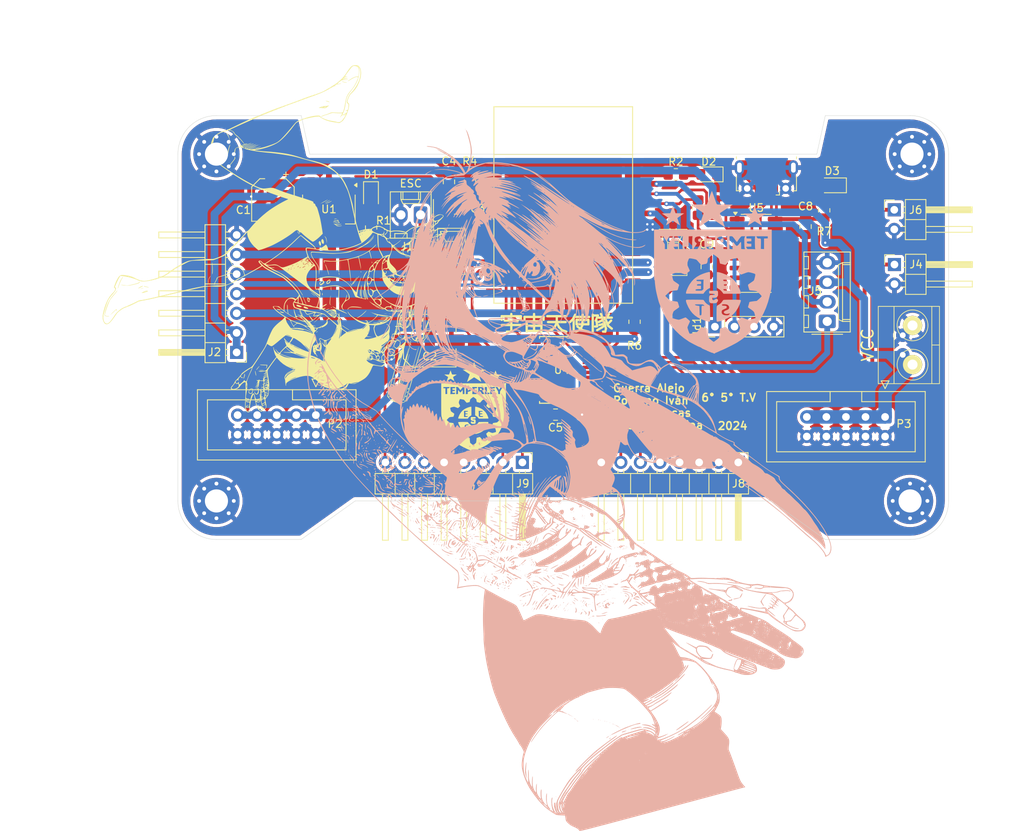
<source format=kicad_pcb>
(kicad_pcb (version 20240108) (generator "pcbnew") (generator_version "8.0")
  (title_block (title "Placa ESP32E con Multiplexor CD74HC4067, CH430C integrado"))
  (layers (0 "F.Cu" signal) (31 "B.Cu" signal) (34 "B.Paste" user) (35 "F.Paste" user) (36 "B.SilkS" user "B.Silkscreen") (37 "F.SilkS" user "F.Silkscreen") (38 "B.Mask" user) (39 "F.Mask" user) (44 "Edge.Cuts" user))
  (net 0 "")
  (net 1 "GND")
  (net 2 "+5V")
  (net 3 "+3V3")
  (net 4 "Net-(D1-A)")
  (net 5 "Net-(D2-A)")
  (net 6 "/MB1")
  (net 7 "/MB2")
  (net 8 "/MA2")
  (net 9 "/MA1")
  (net 10 "/BOTON1")
  (net 11 "/BOTON2")
  (net 12 "/S2")
  (net 13 "/ENABLE")
  (net 14 "/S1")
  (net 15 "/S0")
  (net 16 "/S3")
  (net 17 "/SIG")
  (net 18 "/LED1")
  (net 19 "EN")
  (net 34 "Net-(U4-VCC)")
  (net 35 "/Programador CH340/D-")
  (net 36 "/Programador CH340/D+")
  (net 37 "TXD")
  (net 38 "RXD")
  (net 39 "Net-(D3-A)")
  (net 40 "Net-(J8-Pin_3)")
  (net 41 "Net-(J8-Pin_8)")
  (net 42 "Net-(J8-Pin_4)")
  (net 43 "Net-(J8-Pin_5)")
  (net 44 "Net-(J8-Pin_7)")
  (net 45 "Net-(J8-Pin_6)")
  (net 46 "Net-(J8-Pin_1)")
  (net 47 "Net-(J8-Pin_2)")
  (net 48 "Net-(J9-Pin_6)")
  (net 49 "Net-(J9-Pin_2)")
  (net 50 "Net-(J9-Pin_8)")
  (net 51 "Net-(J9-Pin_3)")
  (net 52 "Net-(J9-Pin_7)")
  (net 53 "Net-(J9-Pin_1)")
  (net 54 "Net-(J9-Pin_5)")
  (net 55 "Net-(J9-Pin_4)")
  (net 63 "Net-(U5-V3)")
  (net 64 "/SCL")
  (net 65 "IOO")
  (net 66 "/GPIO 35")
  (net 67 "/ESC")
  (net 68 "/SDA")
  (net 72 "Net-(U5-TXD)")
  (net 73 "Net-(U5-RXD)")
  (footprint "Capacitor_SMD:C_0805_2012Metric_Pad1.18x1.45mm_HandSolder" (layer "F.Cu") (at 128.7025 68.47 180)
    (property "Reference" "C3")
    (property "Value" "100nF")
  )
  (footprint "Resistor_SMD:R_0805_2012Metric_Pad1.20x1.40mm_HandSolder" (layer "F.Cu") (at 160.07 68.35 90)
    (property "Reference" "R5" (hide yes))
    (property "Value" "100")
  )
  (footprint "EESTN5:Pulsador_SMD_2_BAJO" (layer "F.Cu") (at 156.82 74.16 -90)
    (property "Reference" "SW_BOOT1" (hide yes))
    (property "Value" "SW_Push" (hide yes))
  )
  (footprint "Resistor_SMD:R_0805_2012Metric_Pad1.20x1.40mm_HandSolder" (layer "F.Cu") (at 176.425 68.7 -90)
    (property "Reference" "R7")
    (property "Value" "220" (hide yes))
  )
  (footprint "Capacitor_SMD:CP_Elec_6.3x5.9" (layer "F.Cu") (at 125.25 85.61)
    (property "Reference" "C2")
    (property "Value" "100uF")
  )
  (footprint "LED_SMD:LED_0805_2012Metric_Pad1.15x1.40mm_HandSolder" (layer "F.Cu") (at 117.62 66.8525 -90)
    (property "Reference" "D1")
    (property "Value" "LED")
  )
  (footprint "Capacitor_SMD:C_0805_2012Metric_Pad1.18x1.45mm_HandSolder" (layer "F.Cu") (at 174.01 70.81 -90)
    (property "Reference" "C8")
    (property "Value" "~")
  )
  (footprint "Connector_PinHeader_2.54mm:PinHeader_1x07_P2.54mm_Horizontal" (layer "F.Cu") (at 100.19 87.14 180)
    (property "Reference" "J2")
    (property "Value" "Driver In")
  )
  (footprint "Resistor_SMD:R_0805_2012Metric_Pad1.20x1.40mm_HandSolder" (layer "F.Cu") (at 157.1825 64.035)
    (property "Reference" "R2")
    (property "Value" "220" (hide yes))
  )
  (footprint "Package_SO:SOIC-16_3.9x9.9mm_P1.27mm" (layer "F.Cu") (at 167.605 74.285)
    (property "Reference" "U5")
    (property "Value" "CH340C")
  )
  (footprint "TriatlonLibrary:FalingAlita40X41" (layer "F.Cu") (at 105.88 72.28 180)
    (property "Reference" "G***" (hide yes))
    (property "Value" "LOGO" (hide yes))
  )
  (footprint "TriatlonLibrary:ESP32-WROOM-32E" (layer "F.Cu") (at 142.57 71.005)
    (property "Reference" "U2" (hide yes))
    (property "Value" "ESP32-WROOM-32E")
  )
  (footprint "Connector_PinHeader_2.54mm:PinHeader_1x02_P2.54mm_Horizontal" (layer "F.Cu") (at 185.52 68.635)
    (property "Reference" "J6")
    (property "Value" "Boton1")
  )
  (footprint "Capacitor_SMD:C_0805_2012Metric_Pad1.18x1.45mm_HandSolder" (layer "F.Cu") (at 127.74 65.0075 -90)
    (property "Reference" "C4")
    (property "Value" "100nF")
  )
  (footprint "MountingHole:MountingHole_3mm_Pad_Via" (layer "F.Cu") (at 97.57 61.41)
    (property "Reference" "H1")
    (property "Value" "MountingHole_Pad")
  )
  (footprint "Capacitor_SMD:C_0805_2012Metric_Pad1.18x1.45mm_HandSolder" (layer "F.Cu") (at 141.57 95.21 180)
    (property "Reference" "C5")
    (property "Value" "~")
  )
  (footprint "TriatlonLibrary:Pulsador_SMD_2_BAJO" (layer "F.Cu") (at 128.04 74.03 90)
    (property "Reference" "SW_EN1" (hide yes))
    (property "Value" "SW_Push" (hide yes))
  )
  (footprint "Connector_USB:USB_Micro-B_Molex-105017-0001" (layer "F.Cu") (at 168.93 64.3975 180)
    (property "Reference" "J7" (hide yes))
    (property "Value" "USB_B_Micro")
  )
  (footprint "Resistor_SMD:R_0805_2012Metric_Pad1.20x1.40mm_HandSolder" (layer "F.Cu") (at 151.82 83.16 90)
    (property "Reference" "R6")
    (property "Value" "10k")
  )
  (footprint "Connector_PinHeader_2.54mm:PinHeader_1x02_P2.54mm_Horizontal" (layer "F.Cu") (at 185.545 75.735)
    (property "Reference" "J4")
    (property "Value" "Boton2")
  )
  (footprint "Connector_Molex:Molex_KK-254_AE-6410-02A_1x02_P2.54mm_Vertical" (layer "F.Cu") (at 124.05 69.29 180)
    (property "Reference" "J10")
    (property "Value" "ESC")
  )
  (footprint "MountingHole:MountingHole_3mm_Pad_Via" (layer "F.Cu") (at 97.57 106.41)
    (property "Reference" "H3")
    (property "Value" "MountingHole_Pad" (hide yes))
  )
  (footprint "Connector_IDC:IDC-Header_2x05_P2.54mm_Vertical" (layer "F.Cu") (at 110.47 95.27 -90)
    (property "Reference" "P2")
    (property "Value" "Multiplexor 3v3" (hide yes))
  )
  (footprint "Connector_PinHeader_2.54mm:PinHeader_1x08_P2.54mm_Horizontal" (layer "F.Cu") (at 137.27 101.41 -90)
    (property "Reference" "J9")
    (property "Value" "Conn_01x08_Pin" (hide yes))
  )
  (footprint "Package_TO_SOT_SMD:SOT-223-3_TabPin2" (layer "F.Cu") (at 112.16 68.56 -90)
    (property "Reference" "U1")
    (property "Value" "AMS1117-3.3")
  )
  (footprint "Resistor_SMD:R_0805_2012Metric_Pad1.20x1.40mm_HandSolder" (layer "F.Cu") (at 162.22 68.35 90)
    (property "Reference" "R3" (hide yes))
    (property "Value" "100")
  )
  (footprint "Connector_IDC:IDC-Header_2x05_P2.54mm_Vertical" (layer "F.Cu") (at 184.33 95.51 -90)
    (property "Reference" "P3")
    (property "Value" "Multiplexor 5v")
  )
  (footprint "LED_SMD:LED_0805_2012Metric_Pad1.15x1.40mm_HandSolder" (layer "F.Cu") (at 177.445 65.46 180)
    (property "Reference" "D3")
    (property "Value" "LED" (hide yes))
  )
  (footprint "LED_SMD:LED_0805_2012Metric_Pad1.15x1.40mm_HandSolder" (layer "F.Cu") (at 161.445 64.035 180)
    (property "Reference" "D2")
    (property "Value" "LED" (hide yes))
  )
  (footprint "Connector_PinHeader_2.54mm:PinHeader_1x04_P2.54mm_Vertical" (layer "F.Cu") (at 162.25 83.8 90)
    (property "Reference" "Jd1")
    (property "Value" "FTDI 232RL")
  )
  (footprint "Connector_PinHeader_2.54mm:PinHeader_1x08_P2.54mm_Horizontal" (layer "F.Cu") (at 165.28 101.41 -90)
    (property "Reference" "J8")
    (property "Value" "Conn_01x08_Pin" (hide yes))
  )
  (footprint "Package_SO:SSOP-24_5.3x8.2mm_P0.65mm" (layer "F.Cu") (at 142.37 89.41 180)
    (property "Reference" "U4")
    (property "Value" "CD74HC4067SM")
  )
  (footprint "MountingHole:MountingHole_3mm_Pad_Via" (layer "F.Cu") (at 187.57 106.41)
    (property "Reference" "H4")
    (property "Value" "MountingHole_Pad" (hide yes))
  )
  (footprint "Resistor_SMD:R_0805_2012Metric_Pad1.20x1.40mm_HandSolder" (layer "F.Cu") (at 117.64 70.93 90)
    (property "Reference" "R1")
    (property "Value" "220")
  )
  (footprint "Resistor_SMD:R_0805_2012Metric_Pad1.20x1.40mm_HandSolder" (layer "F.Cu") (at 130.47 64.985 -90)
    (property "Reference" "R4")
    (property "Value" "10k")
  )
  (footprint "Capacitor_SMD:C_0805_2012Metric_Pad1.18x1.45mm_HandSolder" (layer "F.Cu") (at 161.19 76.03 -90)
    (property "Reference" "C9")
    (property "Value" "~")
  )
  (footprint "EESTN5:BORNERA2_DUO" (layer "F.Cu") (at 187.89 86.18 90)
    (property "Reference" "J1" (hide yes))
    (property "Value" "VCC")
  )
  (footprint "MountingHole:MountingHole_3mm_Pad_Via" (layer "F.Cu") (at 187.82 61.41)
    (property "Reference" "H2")
    (property "Value" "MountingHole_Pad" (hide yes))
  )
  (footprint "Capacitor_SMD:CP_Elec_5x4.5" (layer "F.Cu") (at 104.9 67.36 -90)
    (property "Reference" "C1")
    (property "Value" "10uF")
  )
  (footprint "ConnectorMolex2:Molex_KK-254_AE-6410-04A_1x04_P2.54mm_Vertical" (layer "F.Cu") (at 176.82 83.115 90)
    (property "Reference" "J5")
    (property "Value" "Oled SSD1306")
  )
  (footprint "TriatlonLibrary:EESTN5 3 Estrellas" (layer "F.Cu") (at 130.96 96.33)
    (property "Reference" "G***" (hide yes))
    (property "Value" "LOGO" (hide yes))
  )
  (footprint "TriatlonLibrary:AlitaDIMG" (layer "B.Cu") (at 143.07 99.51 180)
    (property "Reference" "G***" (hide yes))
    (property "Value" "LOGO" (hide yes))
  )
  (footprint "TriatlonLibrary:EESTN5 3 Estrellas" (layer "B.Cu") (at 161.96 78.87 180)
    (property "Reference" "G***" (hide yes))
    (property "Value" "LOGO" (hide yes))
  )
  (gr_line (start 169.57 106.41) (end 176.57 111.41) (stroke (width 0.05)) (layer "Edge.Cuts"))
  (gr_arc (start 97.57 111.41) (mid 94.034466 109.945534) (end 92.57 106.41) (stroke (width 0.05)) (layer "Edge.Cuts"))
  (gr_line (start 112.17 61.41) (end 109.67 61.41) (stroke (width 0.05)) (layer "Edge.Cuts"))
  (gr_line (start 172.97 61.41) (end 175.47 61.41) (stroke (width 0.05)) (layer "Edge.Cuts"))
  (gr_line (start 108.57 111.41) (end 97.57 111.41) (stroke (width 0.05)) (layer "Edge.Cuts"))
  (gr_line (start 192.57 106.41) (end 192.57 61.41) (stroke (width 0.05)) (layer "Edge.Cuts"))
  (gr_line (start 187.57 56.41) (end 176.57 56.41) (stroke (width 0.05)) (layer "Edge.Cuts"))
  (gr_arc (start 92.57 61.41) (mid 94.034466 57.874466) (end 97.57 56.41) (stroke (width 0.05)) (layer "Edge.Cuts"))
  (gr_line (start 109.67 61.41) (end 108.57 56.41) (stroke (width 0.05)) (layer "Edge.Cuts"))
  (gr_line (start 112.17 61.41) (end 172.97 61.41) (stroke (width 0.05)) (layer "Edge.Cuts"))
  (gr_line (start 115.57 106.41) (end 108.57 111.41) (stroke (width 0.05)) (layer "Edge.Cuts"))
  (gr_line (start 187.57 111.41) (end 176.57 111.41) (stroke (width 0.05)) (layer "Edge.Cuts"))
  (gr_line (start 97.57 56.41) (end 108.57 56.41) (stroke (width 0.05)) (layer "Edge.Cuts"))
  (gr_arc (start 192.57 106.41) (mid 191.105534 109.945534) (end 187.57 111.41) (stroke (width 0.05)) (layer "Edge.Cuts"))
  (gr_line (start 175.47 61.41) (end 176.57 56.41) (stroke (width 0.05)) (layer "Edge.Cuts"))
  (gr_line (start 115.57 106.41) (end 169.57 106.41) (stroke (width 0.05)) (layer "Edge.Cuts"))
  (gr_line (start 92.57 61.41) (end 92.57 106.41) (stroke (width 0.05)) (layer "Edge.Cuts"))
  (gr_arc (start 187.57 56.41) (mid 191.105534 57.874466) (end 192.57 61.41) (stroke (width 0.05)) (layer "Edge.Cuts"))
  (gr_text "6° 5° T.V" (at 160.38 93.59 0) (layer "F.SilkS") (effects (font (size 1 1) (thickness 0.2) (bold yes)) (justify left bottom)))
  (gr_text "Lazatti Lucas" (at 148.92 95.56 0) (layer "F.SilkS") (effects (font (size 1 1) (thickness 0.2) (bold yes)) (justify left bottom)))
  (gr_text "Guerra Alejo" (at 148.92 92.36 0) (layer "F.SilkS") (effects (font (size 1 1) (thickness 0.2) (bold yes)) (justify left bottom)))
  (gr_text "Rossi Valentina" (at 148.92 97.16 0) (layer "F.SilkS") (effects (font (size 1 1) (thickness 0.2) (bold yes)) (justify left bottom)))
  (gr_text "2024 " (at 162.51 97.26 0) (layer "F.SilkS") (effects (font (size 1 1) (thickness 0.2) (bold yes)) (justify left bottom)))
  (gr_text "宇宙天使隊" (at 141.78 83.53 0) (layer "F.SilkS") (effects (font (size 2 2) (thickness 0.3))))
  (gr_text "Romano Iván\n" (at 148.92 93.96 0) (layer "F.SilkS") (effects (font (size 1 1) (thickness 0.2) (bold yes)) (justify left bottom)))
  (segment (start 167.63 63.46) (end 167.93 63.16) (width 0.3) (layer "F.Cu") (net 1))
  (segment (start 169.355 63.16) (end 169.93 63.16) (width 0.3) (layer "F.Cu") (net 1))
  (segment (start 127.665 68.47) (end 127.665 66.12) (width 0.3) (layer "F.Cu") (net 1))
  (segment (start 127.665 68.47) (end 127.665 68.255) (width 0.3) (layer "F.Cu") (net 1))
  (segment (start 167.63 65.86) (end 167.63 64.885) (width 0.3) (layer "F.Cu") (net 1))
  (segment (start 128.75 67.11) (end 128.81 67.11) (width 0.35) (layer "F.Cu") (net 1))
  (segment (start 166.43 65.86) (end 167.63 65.86) (width 0.3) (layer "F.Cu") (net 1))
  (segment (start 127.665 68.255) (end 127.665 68.195) (width 0.35) (layer "F.Cu") (net 1))
  (segment (start 126.83 69.305) (end 126.83 69.96) (width 0.3) (layer "F.Cu") (net 1))
  (segment (start 167.63 64.76) (end 166.03 63.16) (width 0.3) (layer "F.Cu") (net 1))
  (segment (start 127.665 68.47) (end 126.83 69.305) (width 0.3) (layer "F.Cu") (net 1))
  (segment (start 127.665 68.195) (end 128.75 67.11) (width 0.35) (layer "F.Cu") (net 1))
  (segment (start 127.665 66.12) (end 127.74 66.045) (width 0.3) (layer "F.Cu") (net 1))
  (segment (start 165.43 63.66) (end 165.43 63.16) (width 0.3) (layer "F.Cu") (net 1))
  (segment (start 167.63 65.86) (end 167.63 64.76) (width 0.3) (layer "F.Cu") (net 1))
  (segment (start 167.63 65.86) (end 165.43 63.66) (width 0.3) (layer "F.Cu") (net 1))
  (segment (start 167.63 65.86) (end 167.63 63.46) (width 0.3) (layer "F.Cu") (net 1))
  (segment (start 167.63 64.885) (end 169.355 63.16) (width 0.3) (layer "F.Cu") (net 1))
  (via (at 154.17 70.51) (size 0.6) (drill 0.3) (layers "F.Cu" "B.Cu") (net 1))
  (via (at 153.47 70.51) (size 0.6) (drill 0.3) (layers "F.Cu" "B.Cu") (net 1))
  (via (at 153.47 71.21) (size 0.6) (drill 0.3) (layers "F.Cu" "B.Cu") (net 1))
  (via (at 154.17 71.21) (size 0.6) (drill 0.3) (layers "F.Cu" "B.Cu") (net 1))
  (segment (start 102.82 65.16) (end 104.9 65.16) (width 1) (layer "F.Cu") (net 2))
  (segment (start 102.07 65.91) (end 102.82 65.16) (width 1) (layer "F.Cu") (net 2))
  (segment (start 174.1825 69.7725) (end 174.22 69.81) (width 0.35) (layer "F.Cu") (net 2))
  (segment (start 102.07 66.91) (end 102.07 65.91) (width 1) (layer "F.Cu") (net 2))
  (segment (start 176.82 78.035) (end 173.47 78.035) (width 0.75) (layer "F.Cu") (net 2))
  (segment (start 172.645 78.86) (end 172.645 80.76) (width 0.75) (layer "F.Cu") (net 2))
  (segment (start 173.47 78.035) (end 172.645 78.86) (width 0.75) (layer "F.Cu") (net 2))
  (segment (start 176.56 70.29) (end 176.08 69.81) (width 0.5) (layer "F.Cu") (net 2))
  (segment (start 176.56 72.91) (end 176.56 70.29) (width 0.5) (layer "F.Cu") (net 2))
  (segment (start 168.17 81.21) (end 167.33 82.05) (width 0.75) (layer "F.Cu") (net 2))
  (segment (start 172.195 81.21) (end 168.17 81.21) (width 0.75) (layer "F.Cu") (net 2))
  (segment (start 176.08 69.81) (end 174.22 69.81) (width 0.5) (layer "F.Cu") (net 2))
  (segment (start 109.92 65.35) (end 109.86 65.41) (width 1) (layer "F.Cu") (net 2))
  (segment (start 109.61 65.16) (end 104.9 65.16) (width 1) (layer "F.Cu") (net 2))
  (segment (start 109.86 65.41) (end 109.61 65.16) (width 1) (layer "F.Cu") (net 2))
  (segment (start 170.23 69.69) (end 170.08 69.84) (width 0.35) (layer "F.Cu") (net 2))
  (segment (start 170.08 69.84) (end 174.115 69.84) (width 0.5) (layer "F.Cu") (net 2))
  (segment (start 174.115 69.84) (end 174.1825 69.7725) (width 0.5) (layer "F.Cu") (net 2))
  (segment (start 172.645 80.76) (end 172.195 81.21) (width 0.75) (layer "F.Cu") (net 2))
  (segment (start 170.23 65.86) (end 170.23 69.69) (width 0.35) (layer "F.Cu") (net 2))
  (segment (start 167.33 82.05) (end 167.33 83.8) (width 0.75) (layer "F.Cu") (net 2))
  (via (at 102.07 66.91) (size 0.6) (drill 0.3) (layers "F.Cu" "B.Cu") (net 2))
  (via (at 176.56 72.91) (size 0.6) (drill 0.3) (layers "F.Cu" "B.Cu") (net 2))
  (segment (start 186.62 87.45) (end 187.89 88.72) (width 1) (layer "B.Cu") (net 2))
  (segment (start 99.57 66.91) (end 97.32 69.16) (width 1) (layer "B.Cu") (net 2))
  (segment (start 184.7 87.45) (end 186.62 87.45) (width 1) (layer "B.Cu") (net 2))
  (segment (start 175.145 68.96) (end 176.56 70.375) (width 1) (layer "B.Cu") (net 2))
  (segment (start 182.46 87.45) (end 184.7 87.45) (width 1) (layer "B.Cu") (net 2))
  (segment (start 179.475 74.035) (end 179.475 78.035) (width 1) (layer "B.Cu") (net 2))
  (segment (start 108.155 63.535) (end 127.35 63.535) (width 1) (layer "B.Cu") (net 2))
  (segment (start 181.62 86.61) (end 182.46 87.45) (width 1) (layer "B.Cu") (net 2))
  (segment (start 186.985 89.625) (end 186.875 89.625) (width 1) (layer "B.Cu") (net 2))
  (segment (start 176.82 78.035) (end 179.475 78.035) (width 1) (layer "B.Cu") (net 2))
  (segment (start 104.78 66.91) (end 108.155 63.535) (width 1) (layer "B.Cu") (net 2))
  (segment (start 174.17 95.51) (end 184.33 95.51) (width 1.75) (layer "B.Cu") (net 2))
  (segment (start 127.645 63.83) (end 127.94 63.535) (width 1) (layer "B.Cu") (net 2))
  (segment (start 187.58 88.41) (end 186.52 88.41) (width 1) (layer "B.Cu") (net 2))
  (segment (start 127.35 63.535) (end 127.645 63.83) (width 1) (layer "B.Cu") (net 2))
  (segment (start 176.56 70.375) (end 176.56 72.91) (width 1) (layer "B.Cu") (net 2))
  (segment (start 187.89 88.72) (end 186.985 89.625) (width 1) (layer "B.Cu") (net 2))
  (segment (start 98.905 84.245) (end 100.195 84.245) (width 1) (layer "B.Cu") (net 2))
  (segment (start 100.195 86.785) (end 100.195 84.245) (width 1) (layer "B.Cu") (net 2))
  (segment (start 179.475 78.035) (end 181.62 80.18) (width 1) (layer "B.Cu") (net 2))
  (segment (start 186.875 89.625) (end 184.7 87.45) (width 1) (layer "B.Cu") (net 2))
  (segment (start 102.07 66.91) (end 99.57 66.91) (width 1) (layer "B.Cu") (net 2))
  (segment (start 159.745 63.535) (end 161.97 65.76) (width 1) (layer "B.Cu") (net 2))
  (segment (start 184.33 92.28) (end 184.33 95.51) (width 1.75) (layer "B.Cu") (net 2))
  (segment (start 97.32 82.66) (end 98.905 84.245) (width 1) (layer "B.Cu") (net 2))
  (segment (start 178.35 72.91) (end 179.475 74.035) (width 1) (layer "B.Cu") (net 2))
  (segment (start 127.94 63.535) (end 159.745 63.535) (width 1) (layer "B.Cu") (net 2))
  (segment (start 163.37 68.96) (end 175.145 68.96) (width 1) (layer "B.Cu") (net 2))
  (segment (start 102.07 66.91) (end 104.78 66.91) (width 1) (layer "B.Cu") (net 2))
  (segment (start 161.97 65.76) (end 161.97 67.56) (width 1) (layer "B.Cu") (net 2))
  (segment (start 181.62 80.18) (end 181.62 86.61) (width 1) (layer "B.Cu") (net 2))
  (segment (start 176.56 72.91) (end 178.35 72.91) (width 1) (layer "B.Cu") (net 2))
  (segment (start 187.89 88.72) (end 184.33 92.28) (width 1.75) (layer "B.Cu") (net 2))
  (segment (start 97.32 69.16) (end 97.32 82.66) (width 1) (layer "B.Cu") (net 2))
  (segment (start 161.97 67.56) (end 163.37 68.96) (width 1) (layer "B.Cu") (net 2))
  (segment (start 112.66 63.37) (end 125.77 63.37) (width 0.75) (layer "F.Cu") (net 3))
  (segment (start 125.77 63.37) (end 126.42 64.02) (width 0.75) (layer "F.Cu") (net 3))
  (segment (start 129.995 63.985) (end 130.045 64.035) (width 0.5) (layer "F.Cu") (net 3))
  (segment (start 120.64 85.61) (end 122.45 85.61) (width 1.75) (layer "F.Cu") (net 3))
  (segment (start 117.63 71.94) (end 112.39 71.94) (width 1) (layer "F.Cu") (net 3))
  (segment (start 112.39 71.94) (end 112.16 71.71) (width 1) (layer "F.Cu") (net 3))
  (segment (start 133.82 64.02) (end 133.7975 64.0425) (width 0.5) (layer "F.Cu") (net 3))
  (segment (start 130.0525 64.0425) (end 130.045 64.035) (width 0.5) (layer "F.Cu") (net 3))
  (segment (start 151.82 85.36) (end 151.82 84.16) (width 0.75) (layer "F.Cu") (net 3))
  (segment (start 120.29 88.04) (end 120.29 85.96) (width 1.75) (layer "F.Cu") (net 3))
  (segment (start 127.8625 64.035) (end 127.5475 63.72) (width 0.5) (layer "F.Cu") (net 3))
  (segment (start 112.22 71.77) (end 112.22 82.48) (width 1.75) (layer "F.Cu") (net 3))
  (segment (start 126.42 64.02) (end 133.57 64.02) (width 0.75) (layer "F.Cu") (net 3))
  (segment (start 142.6075 95.21) (end 145.01 95.21) (width 1) (layer "F.Cu") (net 3))
  (segment (start 117.64 71.93) (end 117.63 71.94) (width 1) (layer "F.Cu") (net 3))
  (segment (start 112.16 71.71) (end 112.22 71.77) (width 1.75) (layer "F.Cu") (net 3))
  (segment (start 120.29 85.96) (end 120.64 85.61) (width 1.75) (layer "F.Cu") (net 3))
  (segment (start 115.35 85.61) (end 122.45 85.61) (width 1.75) (layer "F.Cu") (net 3))
  (segment (start 112.16 65.41) (end 112.16 63.87) (width 0.75) (layer "F.Cu") (net 3))
  (segment (start 112.22 82.48) (end 115.35 85.61) (width 1.75) (layer "F.Cu") (net 3))
  (segment (start 151.81 85.37) (end 151.82 85.36) (width 0.75) (layer "F.Cu") (net 3))
  (segment (start 112.16 63.87) (end 112.66 63.37) (width 0.75) (layer "F.Cu") (net 3))
  (via (at 151.81 85.37) (size 0.6) (drill 0.3) (layers "F.Cu" "B.Cu") (net 3))
  (via (at 145.01 95.21) (size 0.6) (drill 0.3) (layers "F.Cu" "B.Cu") (net 3))
  (via (at 120.29 88.04) (size 0.6) (drill 0.3) (layers "F.Cu" "B.Cu") (net 3))
  (segment (start 120.26 86.69) (end 121.58 85.37) (width 1) (layer "B.Cu") (net 3))
  (segment (start 145.01 95.21) (end 145.06 95.16) (width 1) (layer "B.Cu") (net 3))
  (segment (start 117.51 95.27) (end 100.31 95.27) (width 1) (layer "B.Cu") (net 3))
  (segment (start 120.26 92.52) (end 117.51 95.27) (width 1) (layer "B.Cu") (net 3))
  (segment (start 145.06 95.16) (end 145.06 89.62) (width 1) (layer "B.Cu") (net 3))
  (segment (start 120.29 88.04) (end 120.26 88.07) (width 1) (layer "B.Cu") (net 3))
  (segment (start 121.58 85.37) (end 140.81 85.37) (width 1) (layer "B.Cu") (net 3))
  (segment (start 120.26 88.07) (end 120.26 92.52) (width 1) (layer "B.Cu") (net 3))
  (segment (start 145.06 89.62) (end 140.81 85.37) (width 1) (layer "B.Cu") (net 3))
  (segment (start 151.81 85.37) (end 140.81 85.37) (width 1) (layer "B.Cu") (net 3))
  (segment (start 120.26 89.58) (end 120.26 86.69) (width 1) (layer "B.Cu") (net 3))
  (segment (start 117.62 67.8775) (end 117.62 69.91) (width 1) (layer "F.Cu") (net 4))
  (segment (start 117.62 69.91) (end 117.64 69.93) (width 1) (layer "F.Cu") (net 4))
  (segment (start 160.42 64.035) (end 158.1825 64.035) (width 0.75) (layer "F.Cu") (net 5))
  (segment (start 153.55 75.48) (end 153.52 75.45) (width 0.75) (layer "F.Cu") (net 6))
  (segment (start 153.52 75.45) (end 151.32 75.45) (width 0.75) (layer "F.Cu") (net 6))
  (via (at 153.55 75.48) (size 0.6) (drill 0.3) (layers "F.Cu" "B.Cu") (net 6))
  (segment (start 153.55 75.48) (end 152.83 75.48) (width 1) (layer "B.Cu") (net 6))
  (segment (start 148.11 75.48) (end 147.19 76.4) (width 1) (layer "B.Cu") (net 6))
  (segment (start 146.41 79.52) (end 100.19 79.52) (width 1) (layer "B.Cu") (net 6))
  (segment (start 147.19 76.4) (end 147.19 78.74) (width 1) (layer "B.Cu") (net 6))
  (segment (start 147.19 78.74) (end 146.41 79.52) (width 1) (layer "B.Cu") (net 6))
  (segment (start 153.55 75.48) (end 148.11 75.48) (width 1) (layer "B.Cu") (net 6))
  (segment (start 153.62 76.72) (end 151.32 76.72) (width 0.75) (layer "F.Cu") (net 7))
  (via (at 153.62 76.72) (size 0.6) (drill 0.3) (layers "F.Cu" "B.Cu") (net 7))
  (segment (start 149.26 78.13) (end 149.26 80.39) (width 1) (layer "B.Cu") (net 7))
  (segment (start 153.62 76.72) (end 150.67 76.72) (width 1) (layer "B.Cu") (net 7))
  (segment (start 147.59 82.06) (end 100.19 82.06) (width 1) (layer "B.Cu") (net 7))
  (segment (start 149.26 80.39) (end 147.59 82.06) (width 1) (layer "B.Cu") (net 7))
  (segment (start 150.67 76.72) (end 149.26 78.13) (width 1) (layer "B.Cu") (net 7))
  (segment (start 131.55 77.3) (end 131.55 76.93) (width 0.75) (layer "F.Cu") (net 8))
  (segment (start 131.76 76.72) (end 133.82 76.72) (width 0.75) (layer "F.Cu") (net 8))
  (segment (start 131.55 76.93) (end 131.76 76.72) (width 0.75) (layer "F.Cu") (net 8))
  (segment (start 131.55 77.3) (end 131.55 77.31) (width 0.75) (layer "F.Cu") (net 8))
  (via (at 131.55 77.31) (size 0.6) (drill 0.3) (layers "F.Cu" "B.Cu") (net 8))
  (segment (start 131.54 77.3) (end 127.01 77.3) (width 1) (layer "B.Cu") (net 8))
  (segment (start 126.69 76.98) (end 100.19 76.98) (width 1) (layer "B.Cu") (net 8))
  (segment (start 127.01 77.3) (end 126.69 76.98) (width 1) (layer "B.Cu") (net 8))
  (segment (start 131.55 77.31) (end 131.54 77.3) (width 1) (layer "B.Cu") (net 8))
  (segment (start 133.82 75.45) (end 131.5 75.45) (width 0.75) (layer "F.Cu") (net 9))
  (via (at 131.5 75.45) (size 0.6) (drill 0.3) (layers "F.Cu" "B.Cu") (net 9))
  (segment (start 131.5 75.45) (end 128.32 75.45) (width 1) (layer "B.Cu") (net 9))
  (segment (start 128.32 75.45) (end 127.31 74.44) (width 1) (layer "B.Cu") (net 9))
  (segment (start 127.31 74.44) (end 100.19 74.44) (width 1) (layer "B.Cu") (net 9))
  (segment (start 157.87 85.885) (end 157.87 75.02) (width 0.5) (layer "F.Cu") (net 10))
  (segment (start 181.17 92.785) (end 166.295 92.785) (width 0.5) (layer "F.Cu") (net 10))
  (segment (start 159.145 87.16) (end 157.87 85.885) (width 0.5) (layer "F.Cu") (net 10))
  (segment (start 183.345 75.735) (end 182.67 76.41) (width 0.5) (layer "F.Cu") (net 10))
  (segment (start 157.03 74.18) (end 151.32 74.18) (width 0.5) (layer "F.Cu") (net 10))
  (segment (start 166.295 92.785) (end 160.67 87.16) (width 0.5) (layer "F.Cu") (net 10))
  (segment (start 160.67 87.16) (end 159.145 87.16) (width 0.5) (layer "F.Cu") (net 10))
  (segment (start 182.67 76.41) (end 182.67 91.285) (width 0.5) (layer "F.Cu") (net 10))
  (segment (start 182.67 91.285) (end 181.17 92.785) (width 0.5) (layer "F.Cu") (net 10))
  (segment (start 157.87 75.02) (end 157.03 74.18) (width 0.5) (layer "F.Cu") (net 10))
  (segment (start 185.545 75.735) (end 183.345 75.735) (width 0.5) (layer "F.Cu") (net 10))
  (segment (start 166.245 91.41) (end 180.195 91.41) (width 0.5) (layer "F.Cu") (net 11))
  (segment (start 157.67 72.91) (end 159.3 74.54) (width 0.5) (layer "F.Cu") (net 11))
  (segment (start 183.37 68.635) (end 185.52 68.635) (width 0.5) (layer "F.Cu") (net 11))
  (segment (start 159.3 85.865) (end 159.895 86.46) (width 0.5) (layer "F.Cu") (net 11))
  (segment (start 159.3 74.54) (end 159.3 85.865) (width 0.5) (layer "F.Cu") (net 11))
  (segment (start 159.895 86.46) (end 161.295 86.46) (width 0.5) (layer "F.Cu") (net 11))
  (segment (start 151.32 72.91) (end 157.67 72.91) (width 0.5) (layer "F.Cu") (net 11))
  (segment (start 180.195 91.41) (end 181.67 89.935) (width 0.5) (layer "F.Cu") (net 11))
  (segment (start 181.67 89.935) (end 181.67 70.335) (width 0.5) (layer "F.Cu") (net 11))
  (segment (start 161.295 86.46) (end 166.245 91.41) (width 0.5) (layer "F.Cu") (net 11))
  (segment (start 181.67 70.335) (end 183.37 68.635) (width 0.5) (layer "F.Cu") (net 11))
  (segment (start 133.065 86.485) (end 129.77 83.19) (width 0.35) (layer "F.Cu") (net 12))
  (segment (start 129.77 83.19) (end 129.77 73.11) (width 0.35) (layer "F.Cu") (net 12))
  (segment (start 138.77 86.485) (end 133.065 86.485) (width 0.35) (layer "F.Cu") (net 12))
  (segment (start 129.77 73.11) (end 131.24 71.64) (width 0.35) (layer "F.Cu") (net 12))
  (segment (start 131.24 71.64) (end 133.82 71.64) (width 0.35) (layer "F.Cu") (net 12))
  (segment (start 133.82 69.1) (end 135.19 69.1) (width 0.35) (layer "F.Cu") (net 14))
  (segment (start 135.9 69.81) (end 135.9 82.39) (width 0.35) (layer "F.Cu") (net 14))
  (segment (start 141.16 84.16) (end 143.485 86.485) (width 0.35) (layer "F.Cu") (net 14))
  (segment (start 135.19 69.1) (end 135.9 69.81) (width 0.35) (layer "F.Cu") (net 14))
  (segment (start 135.9 82.39) (end 137.67 84.16) (width 0.35) (layer "F.Cu") (net 14))
  (segment (start 143.485 86.485) (end 145.97 86.485) (width 0.35) (layer "F.Cu") (net 14))
  (segment (start 137.67 84.16) (end 141.16 84.16) (width 0.35) (layer "F.Cu") (net 14))
  (segment (start 148.375 87.135) (end 149.59 85.92) (width 0.35) (layer "F.Cu") (net 15))
  (segment (start 149.59 78.62) (end 150.22 77.99) (width 0.35) (layer "F.Cu") (net 15))
  (segment (start 149.59 85.92) (end 149.59 78.62) (width 0.35) (layer "F.Cu") (net 15))
  (segment (start 145.97 87.135) (end 148.375 87.135) (width 0.35) (layer "F.Cu") (net 15))
  (segment (start 150.22 77.99) (end 151.32 77.99) (width 0.35) (layer "F.Cu") (net 15))
  (segment (start 130.75 82.7) (end 133.885 85.835) (width 0.35) (layer "F.Cu") (net 16))
  (segment (start 131.42 72.91) (end 130.75 73.58) (width 0.35) (layer "F.Cu") (net 16))
  (segment (start 133.82 72.91) (end 131.42 72.91) (width 0.35) (layer "F.Cu") (net 16))
  (segment (start 133.885 85.835) (end 138.77 85.835) (width 0.35) (layer "F.Cu") (net 16))
  (segment (start 130.75 73.58) (end 130.75 82.7) (width 0.35) (layer "F.Cu") (net 16))
  (segment (start 145.97 92.985) (end 143.475 92.985) (width 0.35) (layer "F.Cu") (net 17))
  (segment (start 143.475 92.985) (end 142.51 92.02) (width 0.35) (layer "F.Cu") (net 17))
  (segment (start 134.9 74.18) (end 133.82 74.18) (width 0.35) (layer "F.Cu") (net 17))
  (segment (start 135.16 83.18) (end 135.16 74.44) (width 0.35) (layer "F.Cu") (net 17))
  (segment (start 136.97 84.99) (end 135.16 83.18) (width 0.35) (layer "F.Cu") (net 17))
  (segment (start 135.16 74.44) (end 134.9 74.18) (width 0.35) (layer "F.Cu") (net 17))
  (segment (start 140.4 84.99) (end 136.97 84.99) (width 0.35) (layer "F.Cu") (net 17))
  (segment (start 142.51 92.02) (end 142.51 87.1) (width 0.35) (layer "F.Cu") (net 17))
  (segment (start 142.51 87.1) (end 140.4 84.99) (width 0.35) (layer "F.Cu") (net 17))
  (segment (start 151.335 64.035) (end 151.32 64.02) (width 0.5) (layer "F.Cu") (net 18))
  (segment (start 156.1825 64.035) (end 151.335 64.035) (width 0.75) (layer "F.Cu") (net 18))
  (segment (start 129.74 68.47) (end 129.74 69.82) (width 0.5) (layer "F.Cu") (net 19))
  (segment (start 129.74 67.47) (end 130.47 66.74) (width 0.5) (layer "F.Cu") (net 19))
  (segment (start 130.47 66.74) (end 130.47 65.985) (width 0.5) (layer "F.Cu") (net 19))
  (segment (start 129.74 69.82) (end 129.12918 70.43082) (width 0.5) (layer "F.Cu") (net 19))
  (segment (start 131.545 65.985) (end 132.24 65.29) (width 0.5) (layer "F.Cu") (net 19))
  (segment (start 129.74 68.47) (end 129.74 67.47) (width 0.5) (layer "F.Cu") (net 19))
  (segment (start 132.24 65.29) (end 133.82 65.29) (width 0.5) (layer "F.Cu") (net 19))
  (segment (start 129.12918 70.43082) (end 128.04 70.43082) (width 0.5) (layer "F.Cu") (net 19))
  (segment (start 130.47 65.985) (end 131.545 65.985) (width 0.5) (layer "F.Cu") (net 19))
  (segment (start 140.5325 95.21) (end 139.37 95.21) (width 0.2) (layer "F.Cu") (net 34))
  (segment (start 138.77 94.61) (end 138.77 92.985) (width 0.2) (layer "F.Cu") (net 34))
  (segment (start 139.37 95.21) (end 138.77 94.61) (width 0.2) (layer "F.Cu") (net 34))
  (segment (start 168.39 68.89) (end 168.14 69.14) (width 0.35) (layer "F.Cu") (net 35))
  (segment (start 168.14 69.14) (end 168.14 75.15) (width 0.35) (layer "F.Cu") (net 35))
  (segment (start 168.14 75.15) (end 167.1 76.19) (width 0.35) (layer "F.Cu") (net 35))
  (segment (start 167.1 76.19) (end 165.13 76.19) (width 0.35) (layer "F.Cu") (net 35))
  (segment (start 169.58 68.55) (end 169.24 68.89) (width 0.35) (layer "F.Cu") (net 35))
  (segment (start 169.58 65.86) (end 169.58 68.55) (width 0.35) (layer "F.Cu") (net 35))
  (segment (start 169.24 68.89) (end 168.39 68.89) (width 0.35) (layer "F.Cu") (net 35))
  (segment (start 166.68 74.92) (end 165.13 74.92) (width 0.35) (layer "F.Cu") (net 36))
  (segment (start 168.46 68.24) (end 167.56 68.24) (width 0.35) (layer "F.Cu") (net 36))
  (segment (start 167.56 68.24) (end 167.045562 68.754438) (width 0.35) (layer "F.Cu") (net 36))
  (segment (start 168.93 65.86) (end 168.93 67.77) (width 0.35) (layer "F.Cu") (net 36))
  (segment (start 168.93 67.77) (end 168.46 68.24) (width 0.35) (layer "F.Cu") (net 36))
  (segment (start 167.045562 68.754438) (end 167.045562 74.554438) (width 0.35) (layer "F.Cu") (net 36))
  (segment (start 167.045562 74.554438) (end 166.68 74.92) (width 0.35) (layer "F.Cu") (net 36))
  (segment (start 160.82 66.06) (end 161.17 66.41) (width 0.35) (layer "F.Cu") (net 37))
  (segment (start 157.42 66.56) (end 157.92 66.06) (width 0.35) (layer "F.Cu") (net 37))
  (segment (start 161.17 66.41) (end 161.17 69.06) (width 0.35) (layer "F.Cu") (net 37))
  (segment (start 154.67 66.56) (end 157.42 66.56) (width 0.35) (layer "F.Cu") (net 37))
  (segment (start 157.92 66.06) (end 160.82 66.06) (width 0.35) (layer "F.Cu") (net 37))
  (segment (start 161.46 69.35) (end 162.48 69.35) (width 0.35) (layer "F.Cu") (net 37))
  (segment (start 161.17 69.06) (end 161.46 69.35) (width 0.35) (layer "F.Cu") (net 37))
  (segment (start 151.57 66.56) (end 154.67 66.56) (width 0.35) (layer "F.Cu") (net 37))
  (segment (start 154.67 66.56) (end 154.77 66.56) (width 0.35) (layer "F.Cu") (net 37))
  (via (at 154.67 66.56) (size 0.6) (drill 0.3) (layers "F.Cu" "B.Cu") (net 37))
  (segment (start 160.67 71.81) (end 162.47 71.81) (width 0.5) (layer "B.Cu") (net 37))
  (segment (start 154.67 66.56) (end 157.32 66.56) (width 0.5) (layer "B.Cu") (net 37))
  (segment (start 157.32 66.56) (end 158.82 68.06) (width 0.5) (layer "B.Cu") (net 37))
  (segment (start 158.82 68.06) (end 158.82 70.71) (width 0.5) (layer "B.Cu") (net 37))
  (segment (start 162.47 71.81) (end 164.79 74.13) (width 0.5) (layer "B.Cu") (net 37))
  (segment (start 158.82 70.71) (end 159.87 71.76) (width 0.5) (layer "B.Cu") (net 37))
  (segment (start 164.79 74.13) (end 164.79 83.8) (width 0.5) (layer "B.Cu") (net 37))
  (segment (start 159.87 71.76) (end 160.62 71.76) (width 0.5) (layer "B.Cu") (net 37))
  (segment (start 159.57 67.31) (end 158.17 67.31) (width 0.35) (layer "F.Cu") (net 38))
  (segment (start 151.57 67.83) (end 155.94 67.83) (width 0.35) (layer "F.Cu") (net 38))
  (segment (start 155.97 67.86) (end 156 67.83) (width 0.35) (layer "F.Cu") (net 38))
  (segment (start 157.62 67.86) (end 155.97 67.86) (width 0.35) (layer "F.Cu") (net 38))
  (segment (start 155.94 67.83) (end 155.97 67.86) (width 0.35) (layer "F.Cu") (net 38))
  (segment (start 158.17 67.31) (end 157.62 67.86) (width 0.35) (layer "F.Cu") (net 38))
  (via (at 155.97 67.86) (size 0.6) (drill 0.3) (layers "F.Cu" "B.Cu") (net 38))
  (segment (start 156.82 67.86) (end 157.57 68.61) (width 0.5) (layer "B.Cu") (net 38))
  (segment (start 155.97 67.86) (end 156.82 67.86) (width 0.5) (layer "B.Cu") (net 38))
  (segment (start 157.57 68.61) (end 157.57 71.91) (width 0.5) (layer "B.Cu") (net 38))
  (segment (start 159.32 73.66) (end 161.77 73.66) (width 0.5) (layer "B.Cu") (net 38))
  (segment (start 157.57 71.91) (end 159.32 73.66) (width 0.5) (layer "B.Cu") (net 38))
  (segment (start 161.77 73.66) (end 162.25 74.14) (width 0.5) (layer "B.Cu") (net 38))
  (segment (start 162.25 74.14) (end 162.25 83.8) (width 0.5) (layer "B.Cu") (net 38))
  (segment (start 176.42 65.46) (end 176.42 67.695) (width 0.75) (layer "F.Cu") (net 39))
  (segment (start 176.42 67.695) (end 176.425 67.7) (width 0.2) (layer "F.Cu") (net 39))
  (segment (start 160.2 91.92) (end 160.2 101.41) (width 0.35) (layer "F.Cu") (net 40))
  (segment (start 157.365 89.085) (end 160.2 91.92) (width 0.35) (layer "F.Cu") (net 40))
  (segment (start 145.97 89.085) (end 157.365 89.085) (width 0.35) (layer "F.Cu") (net 40))
  (segment (start 145.97 92.335) (end 147.195 92.335) (width 0.35) (layer "F.Cu") (net 41))
  (segment (start 147.5 92.64) (end 147.5 101.41) (width 0.35) (layer "F.Cu") (net 41))
  (segment (start 147.195 92.335) (end 147.5 92.64) (width 0.35) (layer "F.Cu") (net 41))
  (segment (start 154.865 89.735) (end 145.97 89.735) (width 0.35) (layer "F.Cu") (net 42))
  (segment (start 157.66 101.41) (end 157.66 92.53) (width 0.35) (layer "F.Cu") (net 42))
  (segment (start 157.66 92.53) (end 154.865 89.735) (width 0.35) (layer "F.Cu") (net 42))
  (segment (start 155.12 101.41) (end 155.12 93.35) (width 0.35) (layer "F.Cu") (net 43))
  (segment (start 152.155 90.385) (end 145.97 90.385) (width 0.35) (layer "F.Cu") (net 43))
  (segment (start 155.12 93.35) (end 152.155 90.385) (width 0.35) (layer "F.Cu") (net 43))
  (segment (start 150.04 94.402182) (end 147.322818 91.685) (width 0.35) (layer "F.Cu") (net 44))
  (segment (start 147.322818 91.685) (end 145.97 91.685) (width 0.35) (layer "F.Cu") (net 44))
  (segment (start 150.04 101.41) (end 150.04 94.402182) (width 0.35) (layer "F.Cu") (net 44))
  (segment (start 149.595 91.035) (end 145.97 91.035) (width 0.35) (layer "F.Cu") (net 45))
  (segment (start 152.58 101.41) (end 152.58 94.02) (width 0.35) (layer "F.Cu") (net 45))
  (segment (start 152.58 94.02) (end 149.595 91.035) (width 0.35) (layer "F.Cu") (net 45))
  (segment (start 165.28 92.92) (end 165.28 101.41) (width 0.35) (layer "F.Cu") (net 46))
  (segment (start 145.97 87.785) (end 160.145 87.785) (width 0.35) (layer "F.Cu") (net 46))
  (segment (start 160.145 87.785) (end 165.28 92.92) (width 0.35) (layer "F.Cu") (net 46))
  (segment (start 162.74 101.41) (end 162.74 91.64) (width 0.35) (layer "F.Cu") (net 47))
  (segment (start 159.535 88.435) (end 145.97 88.435) (width 0.35) (layer "F.Cu") (net 47))
  (segment (start 162.74 91.64) (end 159.535 88.435) (width 0.35) (layer "F.Cu") (net 47))
  (segment (start 127.085 89.085) (end 124.57 91.6) (width 0.35) (layer "F.Cu") (net 48))
  (segment (start 124.57 91.6) (end 124.57 101.41) (width 0.35) (layer "F.Cu") (net 48))
  (segment (start 138.77 89.085) (end 127.085 89.085) (width 0.35) (layer "F.Cu") (net 48))
  (segment (start 134.73 101.41) (end 134.73 93.02) (width 0.35) (layer "F.Cu") (net 49))
  (segment (start 136.065 91.685) (end 138.77 91.685) (width 0.35) (layer "F.Cu") (net 49))
  (segment (start 134.73 93.02) (end 136.065 91.685) (width 0.35) (layer "F.Cu") (net 49))
  (segment (start 119.44 92.19) (end 119.44 101.36) (width 0.35) (layer "F.Cu") (net 50))
  (segment (start 123.845 87.785) (end 119.44 92.19) (width 0.35) (layer "F.Cu") (net 50))
  (segment (start 138.77 87.785) (end 123.845 87.785) (width 0.35) (layer "F.Cu") (net 50))
  (segment (start 119.44 101.36) (end 119.49 101.41) (width 0.35) (layer "F.Cu") (net 50))
  (segment (start 134.135 91.035) (end 138.77 91.035) (width 0.35) (layer "F.Cu") (net 51))
  (segment (start 132.19 101.41) (end 132.19 92.98) (width 0.35) (layer "F.Cu") (net 51))
  (segment (start 132.19 92.98) (end 134.135 91.035) (width 0.35) (layer "F.Cu") (net 51))
  (segment (start 125.135 88.435) (end 138.77 88.435) (width 0.35) (layer "F.Cu") (net 52))
  (segment (start 122.03 101.41) (end 122.03 91.54) (width 0.35) (layer "F.Cu") (net 52))
  (segment (start 122.03 91.54) (end 125.135 88.435) (width 0.35) (layer "F.Cu") (net 52))
  (segment (start 121.97 101.35) (end 122.03 101.41) (width 0.35) (layer "F.Cu") (net 52))
  (segment (start 138.77 92.335) (end 137.545 92.335) (width 0.35) (layer "F.Cu") (net 53))
  (segment (start 137.545 92.335) (end 137.27 92.61) (width 0.35) (layer "F.Cu") (net 53))
  (segment (start 137.27 92.61) (end 137.27 101.41) (width 0.35) (layer "F.Cu") (net 53))
  (segment (start 128.725 89.735) (end 138.77 89.735) (width 0.35) (layer "F.Cu") (net 54))
  (segment (start 127.11 101.41) (end 127.11 91.35) (width 0.35) (layer "F.Cu") (net 54))
  (segment (start 127.11 91.35) (end 128.725 89.735) (width 0.35) (layer "F.Cu") (net 54))
  (segment (start 129.65 91.66) (end 130.925 90.385) (width 0.35) (layer "F.Cu") (net 55))
  (segment (start 130.925 90.385) (end 138.77 90.385) (width 0.35) (layer "F.Cu") (net 55))
  (segment (start 129.65 101.41) (end 129.65 91.66) (width 0.35) (layer "F.Cu") (net 55))
  (segment (start 161.19 74.9925) (end 161.19 73.97) (width 0.35) (layer "F.Cu") (net 63))
  (segment (start 161.42625 75.22875) (end 161.19 74.9925) (width 0.35) (layer "F.Cu") (net 63))
  (segment (start 161.19 73.97) (end 161.51 73.65) (width 0.35) (layer "F.Cu") (net 63))
  (segment (start 161.51 73.65) (end 165.13 73.65) (width 0.35) (layer "F.Cu") (net 63))
  (segment (start 154.67 65.26) (end 154.7 65.29) (width 0.75) (layer "F.Cu") (net 64))
  (segment (start 151.32 65.29) (end 154.67 65.26) (width 0.75) (layer "F.Cu") (net 64))
  (segment (start 154.7 65.29) (end 154.72 65.31) (width 0.75) (layer "F.Cu") (net 64))
  (via (at 154.67 65.26) (size 0.6) (drill 0.3) (layers "F.Cu" "B.Cu") (net 64))
  (segment (start 161.37 70.51) (end 160.22 69.36) (width 0.75) (layer "B.Cu") (net 64))
  (segment (start 173.9 71.99) (end 172.42 70.51) (width 0.75) (layer "B.Cu") (net 64))
  (segment (start 160.22 67.66) (end 157.82 65.26) (width 0.75) (layer "B.Cu") (net 64))
  (segment (start 172.42 70.51) (end 161.37 70.51) (width 0.75) (layer "B.Cu") (net 64))
  (segment (start 160.22 69.36) (end 160.22 67.66) (width 0.75) (layer "B.Cu") (net 64))
  (segment (start 157.82 65.26) (end 154.82 65.26) (width 0.75) (layer "B.Cu") (net 64))
  (segment (start 176.82 80.575) (end 174.985 80.575) (width 0.75) (layer "B.Cu") (net 64))
  (segment (start 173.9 79.49) (end 173.9 71.99) (width 0.75) (layer "B.Cu") (net 64))
  (segment (start 174.985 80.575) (end 173.9 79.49) (width 0.75) (layer "B.Cu") (net 64))
  (segment (start 156.82 78.61) (end 156.82 77.75918) (width 0.75) (layer "F.Cu") (net 65))
  (segment (start 151.57 79.26) (end 156.17 79.26) (width 0.75) (layer "F.Cu") (net 65))
  (segment (start 156.17 79.26) (end 156.82 78.61) (width 0.75) (layer "F.Cu") (net 65))
  (segment (start 151.82 79.26) (end 151.82 82.16) (width 0.75) (layer "F.Cu") (net 65))
  (segment (start 125.155 72.485) (end 128.695 72.485) (width 0.5) (layer "F.Cu") (net 66))
  (segment (start 128.695 72.485) (end 130.81 70.37) (width 0.5) (layer "F.Cu") (net 66))
  (segment (start 124.05 69.29) (end 124.05 71.38) (width 0.5) (layer "F.Cu") (net 66))
  (segment (start 124.05 71.38) (end 125.155 72.485) (width 0.5) (layer "F.Cu") (net 66))
  (segment (start 130.81 70.37) (end 133.82 70.37) (width 0.5) (layer "F.Cu") (net 66))
  (segment (start 151.32 69.1) (end 153.86 69.1) (width 0.75) (layer "F.Cu") (net 68))
  (segment (start 153.86 69.1) (end 153.87 69.11) (width 0.75) (layer "F.Cu") (net 68))
  (via (at 153.87 69.11) (size 0.6) (drill 0.3) (layers "F.Cu" "B.Cu") (net 68))
  (segment (start 154.58 69.11) (end 153.87 69.11) (width 0.75) (layer "B.Cu") (net 68))
  (segment (start 157.795 89.035) (end 155.95 87.19) (width 0.75) (layer "B.Cu") (net 68))
  (segment (start 176.325 82.62) (end 176.82 83.115) (width 0.75) (layer "B.Cu") (net 68))
  (segment (start 155.95 87.19) (end 155.95 70.48) (width 0.75) (layer "B.Cu") (net 68))
  (segment (start 155.95 70.48) (end 154.58 69.11) (width 0.75) (layer "B.Cu") (net 68))
  (segment (start 176.82 83.115) (end 176.82 87.21) (width 0.75) (layer "B.Cu") (net 68))
  (segment (start 176.82 87.21) (end 174.995 89.035) (width 0.75) (layer "B.Cu") (net 68))
  (segment (start 174.995 89.035) (end 157.795 89.035) (width 0.75) (layer "B.Cu") (net 68))
  (segment (start 165.13 71.11) (end 163.87 71.11) (width 0.35) (layer "F.Cu") (net 72))
  (segment (start 163.87 71.11) (end 163.67 70.91) (width 0.35) (layer "F.Cu") (net 72))
  (segment (start 163.36 67.35) (end 162.48 67.35) (width 0.35) (layer "F.Cu") (net 72))
  (segment (start 163.67 67.66) (end 163.36 67.35) (width 0.35) (layer "F.Cu") (net 72))
  (segment (start 163.67 70.91) (end 163.67 67.66) (width 0.35) (layer "F.Cu") (net 72))
  (segment (start 161.415 72.38) (end 165.13 72.38) (width 0.35) (layer "F.Cu") (net 73))
  (segment (start 160.07 71.035) (end 161.415 72.38) (width 0.35) (layer "F.Cu") (net 73))
  (segment (start 160.07 69.36) (end 160.07 71.035) (width 0.35) (layer "F.Cu") (net 73))
  (segment (start 160.12 69.31) (end 160.07 69.36) (width 0.35) (layer "F.Cu") (net 73))
  (zone (net 1) (net_name "GND") (layers "F&B.Cu") (connect_pads (clearance 0.4)) (min_thickness 0.25) (fill yes (thermal_gap 0.4) (thermal_bridge_width 0.6))
    (polygon (pts (xy 82.37 48.41) (xy 202.37 48.41) (xy 202.37 118.41) (xy 82.37 118.41)))
  )
)
</source>
